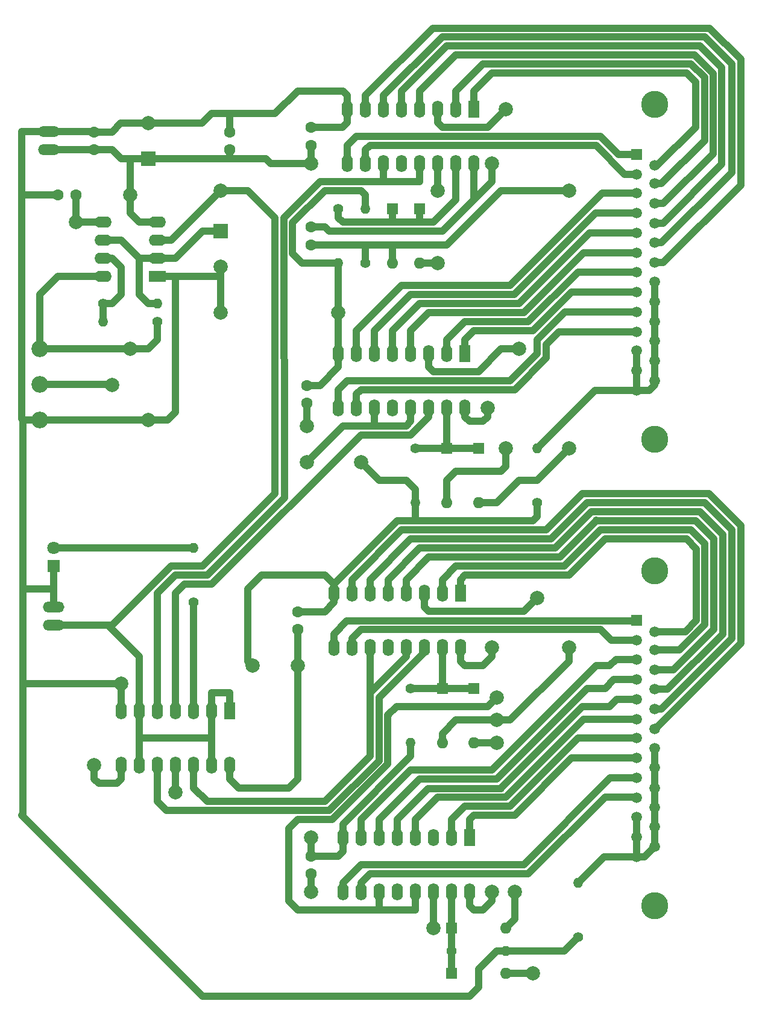
<source format=gbr>
G04 #@! TF.FileFunction,Copper,L2,Bot,Signal*
%FSLAX46Y46*%
G04 Gerber Fmt 4.6, Leading zero omitted, Abs format (unit mm)*
G04 Created by KiCad (PCBNEW 4.0.7) date 02/18/18 17:55:39*
%MOMM*%
%LPD*%
G01*
G04 APERTURE LIST*
%ADD10C,0.100000*%
%ADD11C,3.810000*%
%ADD12R,1.520000X1.520000*%
%ADD13C,1.520000*%
%ADD14R,1.600000X2.400000*%
%ADD15O,1.600000X2.400000*%
%ADD16C,1.600000*%
%ADD17R,2.000000X2.000000*%
%ADD18C,2.000000*%
%ADD19R,1.800000X1.800000*%
%ADD20C,1.800000*%
%ADD21R,1.600000X1.600000*%
%ADD22O,1.600000X1.600000*%
%ADD23O,3.010000X1.510000*%
%ADD24C,1.400000*%
%ADD25O,1.400000X1.400000*%
%ADD26C,2.340000*%
%ADD27R,2.400000X1.600000*%
%ADD28O,2.400000X1.600000*%
%ADD29C,1.000000*%
G04 APERTURE END LIST*
D10*
D11*
X120650000Y-95255000D03*
X120650000Y-48265000D03*
D12*
X118110000Y-55245000D03*
D13*
X118110000Y-58035000D03*
X118110000Y-60705000D03*
X118110000Y-63505000D03*
X118110000Y-66295000D03*
X118110000Y-69085000D03*
X118110000Y-71755000D03*
X118110000Y-74545000D03*
X118110000Y-77345000D03*
X118110000Y-80135000D03*
X118110000Y-82805000D03*
X118110000Y-85595000D03*
X118110000Y-88395000D03*
X120650000Y-56815000D03*
X120650000Y-59355000D03*
X120650000Y-62155000D03*
X120650000Y-64895000D03*
X120650000Y-67645000D03*
X120650000Y-70435000D03*
X120650000Y-73175000D03*
X120650000Y-75925000D03*
X120650000Y-78765000D03*
X120650000Y-81455000D03*
X120650000Y-84205000D03*
X120650000Y-86995000D03*
D14*
X60960000Y-133350000D03*
D15*
X45720000Y-140970000D03*
X58420000Y-133350000D03*
X48260000Y-140970000D03*
X55880000Y-133350000D03*
X50800000Y-140970000D03*
X53340000Y-133350000D03*
X53340000Y-140970000D03*
X50800000Y-133350000D03*
X55880000Y-140970000D03*
X48260000Y-133350000D03*
X58420000Y-140970000D03*
X45720000Y-133350000D03*
X60960000Y-140970000D03*
D16*
X39370000Y-60960000D03*
X36870000Y-60960000D03*
X41910000Y-54610000D03*
X41910000Y-52110000D03*
D17*
X49530000Y-55880000D03*
D18*
X49530000Y-50880000D03*
D17*
X59690000Y-66040000D03*
D18*
X59690000Y-71040000D03*
D16*
X72390000Y-67945000D03*
X72390000Y-65445000D03*
X60960000Y-54610000D03*
X60960000Y-52110000D03*
X72390000Y-53975000D03*
X72390000Y-51475000D03*
X71755000Y-90170000D03*
X71755000Y-87670000D03*
X70485000Y-121920000D03*
X70485000Y-119420000D03*
X72390000Y-156210000D03*
X72390000Y-153710000D03*
D19*
X36195000Y-113030000D03*
D20*
X36195000Y-110490000D03*
D21*
X83820000Y-62865000D03*
D22*
X83820000Y-70485000D03*
D21*
X87630000Y-62865000D03*
D22*
X87630000Y-70485000D03*
D21*
X95885000Y-96520000D03*
D22*
X95885000Y-104140000D03*
D21*
X91440000Y-96520000D03*
D22*
X91440000Y-104140000D03*
D21*
X90805000Y-130175000D03*
D22*
X90805000Y-137795000D03*
D21*
X95250000Y-130175000D03*
D22*
X95250000Y-137795000D03*
D21*
X92075000Y-163830000D03*
D22*
X99695000Y-163830000D03*
D21*
X92075000Y-170180000D03*
D22*
X99695000Y-170180000D03*
D23*
X35560000Y-54610000D03*
X35560000Y-52070000D03*
X36195000Y-121285000D03*
X36195000Y-118745000D03*
D11*
X120650000Y-160660000D03*
X120650000Y-113670000D03*
D12*
X118110000Y-120650000D03*
D13*
X118110000Y-123440000D03*
X118110000Y-126110000D03*
X118110000Y-128910000D03*
X118110000Y-131700000D03*
X118110000Y-134490000D03*
X118110000Y-137160000D03*
X118110000Y-139950000D03*
X118110000Y-142750000D03*
X118110000Y-145540000D03*
X118110000Y-148210000D03*
X118110000Y-151000000D03*
X118110000Y-153800000D03*
X120650000Y-122220000D03*
X120650000Y-124760000D03*
X120650000Y-127560000D03*
X120650000Y-130300000D03*
X120650000Y-133050000D03*
X120650000Y-135840000D03*
X120650000Y-138580000D03*
X120650000Y-141330000D03*
X120650000Y-144170000D03*
X120650000Y-146860000D03*
X120650000Y-149610000D03*
X120650000Y-152400000D03*
D24*
X43180000Y-76200000D03*
D25*
X50800000Y-76200000D03*
D24*
X55880000Y-118110000D03*
D25*
X55880000Y-110490000D03*
D24*
X50800000Y-78740000D03*
D25*
X43180000Y-78740000D03*
D24*
X76200000Y-62865000D03*
D25*
X76200000Y-70485000D03*
D24*
X80010000Y-70485000D03*
D25*
X80010000Y-62865000D03*
D24*
X86995000Y-96520000D03*
D25*
X86995000Y-104140000D03*
D24*
X86360000Y-130175000D03*
D25*
X86360000Y-137795000D03*
D24*
X92075000Y-167005000D03*
D25*
X99695000Y-167005000D03*
D24*
X104140000Y-104140000D03*
D25*
X104140000Y-96520000D03*
D24*
X109855000Y-165100000D03*
D25*
X109855000Y-157480000D03*
D26*
X34290000Y-92550000D03*
X34290000Y-87550000D03*
X34290000Y-82550000D03*
D27*
X50800000Y-72390000D03*
D28*
X43180000Y-64770000D03*
X50800000Y-69850000D03*
X43180000Y-67310000D03*
X50800000Y-67310000D03*
X43180000Y-69850000D03*
X50800000Y-64770000D03*
X43180000Y-72390000D03*
D14*
X95250000Y-48895000D03*
D15*
X77470000Y-56515000D03*
X92710000Y-48895000D03*
X80010000Y-56515000D03*
X90170000Y-48895000D03*
X82550000Y-56515000D03*
X87630000Y-48895000D03*
X85090000Y-56515000D03*
X85090000Y-48895000D03*
X87630000Y-56515000D03*
X82550000Y-48895000D03*
X90170000Y-56515000D03*
X80010000Y-48895000D03*
X92710000Y-56515000D03*
X77470000Y-48895000D03*
X95250000Y-56515000D03*
D14*
X93980000Y-83185000D03*
D15*
X76200000Y-90805000D03*
X91440000Y-83185000D03*
X78740000Y-90805000D03*
X88900000Y-83185000D03*
X81280000Y-90805000D03*
X86360000Y-83185000D03*
X83820000Y-90805000D03*
X83820000Y-83185000D03*
X86360000Y-90805000D03*
X81280000Y-83185000D03*
X88900000Y-90805000D03*
X78740000Y-83185000D03*
X91440000Y-90805000D03*
X76200000Y-83185000D03*
X93980000Y-90805000D03*
D14*
X93345000Y-116840000D03*
D15*
X75565000Y-124460000D03*
X90805000Y-116840000D03*
X78105000Y-124460000D03*
X88265000Y-116840000D03*
X80645000Y-124460000D03*
X85725000Y-116840000D03*
X83185000Y-124460000D03*
X83185000Y-116840000D03*
X85725000Y-124460000D03*
X80645000Y-116840000D03*
X88265000Y-124460000D03*
X78105000Y-116840000D03*
X90805000Y-124460000D03*
X75565000Y-116840000D03*
X93345000Y-124460000D03*
D14*
X94615000Y-151130000D03*
D15*
X76835000Y-158750000D03*
X92075000Y-151130000D03*
X79375000Y-158750000D03*
X89535000Y-151130000D03*
X81915000Y-158750000D03*
X86995000Y-151130000D03*
X84455000Y-158750000D03*
X84455000Y-151130000D03*
X86995000Y-158750000D03*
X81915000Y-151130000D03*
X89535000Y-158750000D03*
X79375000Y-151130000D03*
X92075000Y-158750000D03*
X76835000Y-151130000D03*
X94615000Y-158750000D03*
D18*
X39370000Y-64770000D03*
X44450000Y-87630000D03*
X76200000Y-77470000D03*
X59690000Y-77470000D03*
X49530000Y-92550000D03*
X79375000Y-98425000D03*
X45720000Y-129540000D03*
X72390000Y-151130000D03*
X64135000Y-127000000D03*
X97790000Y-56515000D03*
X72390000Y-56515000D03*
X97155000Y-90805000D03*
X71755000Y-93345000D03*
X70485000Y-127000000D03*
X97790000Y-124460000D03*
X97790000Y-158750000D03*
X72390000Y-158750000D03*
X46990000Y-60960000D03*
X46990000Y-82550000D03*
X108585000Y-96520000D03*
X108585000Y-124460000D03*
X108585000Y-60325000D03*
X100965000Y-158750000D03*
X98425000Y-134620000D03*
X98425000Y-131445000D03*
X90170000Y-70485000D03*
X99695000Y-48895000D03*
X99695000Y-96520000D03*
X101600000Y-82550000D03*
X98425000Y-137795000D03*
X103505000Y-170180000D03*
X104140000Y-117475000D03*
X59690000Y-60325000D03*
X90170000Y-60325000D03*
X41910000Y-140970000D03*
X71755000Y-98425000D03*
X89535000Y-163830000D03*
X53340000Y-144780000D03*
D29*
X34290000Y-87550000D02*
X44370000Y-87550000D01*
X44370000Y-87550000D02*
X44450000Y-87630000D01*
X39370000Y-60960000D02*
X39370000Y-64770000D01*
X39370000Y-64770000D02*
X43180000Y-64770000D01*
X80010000Y-62865000D02*
X80010000Y-60960000D01*
X71120000Y-70485000D02*
X76200000Y-70485000D01*
X69790019Y-69155019D02*
X71120000Y-70485000D01*
X69790019Y-64829981D02*
X69790019Y-69155019D01*
X74295000Y-60325000D02*
X69790019Y-64829981D01*
X79375000Y-60325000D02*
X74295000Y-60325000D01*
X80010000Y-60960000D02*
X79375000Y-60325000D01*
X45720000Y-129540000D02*
X31910000Y-129540000D01*
X31910000Y-129540000D02*
X32385000Y-129540000D01*
X32385000Y-129540000D02*
X31910000Y-129540000D01*
X31910000Y-116205000D02*
X31910000Y-129540000D01*
X31910000Y-129540000D02*
X31910000Y-148115000D01*
X31910000Y-148115000D02*
X31750000Y-147955000D01*
X98425000Y-167005000D02*
X99695000Y-167005000D01*
X57150000Y-173355000D02*
X31750000Y-147955000D01*
X94615000Y-173355000D02*
X57150000Y-173355000D01*
X95885000Y-172085000D02*
X94615000Y-173355000D01*
X95885000Y-169545000D02*
X95885000Y-172085000D01*
X98425000Y-167005000D02*
X95885000Y-169545000D01*
X72390000Y-51475000D02*
X76795000Y-51475000D01*
X77470000Y-50800000D02*
X77470000Y-48895000D01*
X76795000Y-51475000D02*
X77470000Y-50800000D01*
X60960000Y-49530000D02*
X67310000Y-49530000D01*
X77470000Y-46990000D02*
X77470000Y-48895000D01*
X76835000Y-46355000D02*
X77470000Y-46990000D01*
X70485000Y-46355000D02*
X76835000Y-46355000D01*
X67310000Y-49530000D02*
X70485000Y-46355000D01*
X59690000Y-72390000D02*
X59690000Y-77470000D01*
X86995000Y-104140000D02*
X86995000Y-102235000D01*
X85725000Y-100965000D02*
X86995000Y-102235000D01*
X81915000Y-100965000D02*
X85725000Y-100965000D01*
X79375000Y-98425000D02*
X81915000Y-100965000D01*
X76200000Y-83185000D02*
X76200000Y-85090000D01*
X73620000Y-87670000D02*
X71755000Y-87670000D01*
X76200000Y-85090000D02*
X73620000Y-87670000D01*
X86995000Y-104140000D02*
X86995000Y-106680000D01*
X75565000Y-115570000D02*
X84455000Y-106680000D01*
X104140000Y-106045000D02*
X104140000Y-104140000D01*
X103505000Y-106680000D02*
X104140000Y-106045000D01*
X84455000Y-106680000D02*
X86995000Y-106680000D01*
X86995000Y-106680000D02*
X103505000Y-106680000D01*
X45720000Y-129540000D02*
X45720000Y-133350000D01*
X70485000Y-119420000D02*
X74295000Y-119420000D01*
X75565000Y-118110000D02*
X75565000Y-116840000D01*
X74295000Y-119420000D02*
X75565000Y-118110000D01*
X72390000Y-153710000D02*
X72390000Y-151130000D01*
X75565000Y-115570000D02*
X75565000Y-116840000D01*
X74295000Y-114300000D02*
X75565000Y-115570000D01*
X65405000Y-114300000D02*
X74295000Y-114300000D01*
X63500000Y-116205000D02*
X65405000Y-114300000D01*
X63500000Y-126365000D02*
X63500000Y-116205000D01*
X64135000Y-127000000D02*
X63500000Y-126365000D01*
X72390000Y-153710000D02*
X76160000Y-153710000D01*
X76835000Y-153035000D02*
X76835000Y-151130000D01*
X76160000Y-153710000D02*
X76835000Y-153035000D01*
X76835000Y-151130000D02*
X76835000Y-149225000D01*
X86360000Y-139700000D02*
X86360000Y-137795000D01*
X76835000Y-149225000D02*
X86360000Y-139700000D01*
X76200000Y-70485000D02*
X76200000Y-77470000D01*
X76200000Y-77470000D02*
X76200000Y-83185000D01*
X31910000Y-116205000D02*
X36195000Y-116205000D01*
X36195000Y-113030000D02*
X36195000Y-116205000D01*
X36195000Y-116205000D02*
X36195000Y-118745000D01*
X31910000Y-92550000D02*
X31910000Y-116205000D01*
X99695000Y-167005000D02*
X107950000Y-167005000D01*
X107950000Y-167005000D02*
X109855000Y-165100000D01*
X35560000Y-52070000D02*
X31750000Y-52070000D01*
X31750000Y-52070000D02*
X31750000Y-60960000D01*
X60960000Y-52110000D02*
X60960000Y-49530000D01*
X60960000Y-49530000D02*
X58420000Y-49530000D01*
X57070000Y-50880000D02*
X49530000Y-50880000D01*
X58420000Y-49530000D02*
X57070000Y-50880000D01*
X34290000Y-92550000D02*
X31910000Y-92550000D01*
X31910000Y-92550000D02*
X31750000Y-92390000D01*
X31750000Y-92390000D02*
X31750000Y-60960000D01*
X53340000Y-72390000D02*
X53340000Y-91440000D01*
X53340000Y-91440000D02*
X52230000Y-92550000D01*
X52230000Y-92550000D02*
X49530000Y-92550000D01*
X49530000Y-92550000D02*
X44450000Y-92550000D01*
X44450000Y-92550000D02*
X34290000Y-92550000D01*
X50800000Y-72390000D02*
X53340000Y-72390000D01*
X53340000Y-72390000D02*
X59690000Y-72390000D01*
X59690000Y-72390000D02*
X59690000Y-71040000D01*
X34130000Y-92710000D02*
X34290000Y-92550000D01*
X31750000Y-60960000D02*
X36870000Y-60960000D01*
X41910000Y-52110000D02*
X44410000Y-52110000D01*
X45640000Y-50880000D02*
X49530000Y-50880000D01*
X44410000Y-52110000D02*
X45640000Y-50880000D01*
X35560000Y-52070000D02*
X41870000Y-52070000D01*
X41870000Y-52070000D02*
X41910000Y-52110000D01*
X95250000Y-61595000D02*
X97790000Y-59055000D01*
X97790000Y-56515000D02*
X97790000Y-59055000D01*
X72390000Y-53975000D02*
X72390000Y-56515000D01*
X66040000Y-55880000D02*
X66675000Y-56515000D01*
X66040000Y-55880000D02*
X60960000Y-55880000D01*
X66675000Y-56515000D02*
X72390000Y-56515000D01*
X72390000Y-65445000D02*
X74335000Y-65445000D01*
X74335000Y-65445000D02*
X74930000Y-66040000D01*
X74930000Y-66040000D02*
X90805000Y-66040000D01*
X90805000Y-66040000D02*
X95250000Y-61595000D01*
X95250000Y-61595000D02*
X95250000Y-56515000D01*
X72390000Y-65445000D02*
X72350000Y-65445000D01*
X93980000Y-92075000D02*
X94615000Y-92710000D01*
X94615000Y-92710000D02*
X96520000Y-92710000D01*
X96520000Y-92710000D02*
X97155000Y-92075000D01*
X97155000Y-92075000D02*
X97155000Y-90805000D01*
X93980000Y-90805000D02*
X93980000Y-92075000D01*
X71755000Y-93345000D02*
X71755000Y-90170000D01*
X93345000Y-124460000D02*
X93345000Y-126365000D01*
X97790000Y-124460000D02*
X97790000Y-125730000D01*
X97790000Y-125730000D02*
X96520000Y-127000000D01*
X96520000Y-127000000D02*
X93980000Y-127000000D01*
X93980000Y-127000000D02*
X93345000Y-126365000D01*
X60960000Y-140970000D02*
X60960000Y-142875000D01*
X70485000Y-142875000D02*
X70485000Y-127000000D01*
X70485000Y-127000000D02*
X70485000Y-121920000D01*
X69215000Y-144145000D02*
X70485000Y-142875000D01*
X62230000Y-144145000D02*
X69215000Y-144145000D01*
X60960000Y-142875000D02*
X62230000Y-144145000D01*
X72390000Y-156210000D02*
X72390000Y-158750000D01*
X94615000Y-160655000D02*
X94615000Y-158750000D01*
X95250000Y-161290000D02*
X94615000Y-160655000D01*
X96520000Y-161290000D02*
X95250000Y-161290000D01*
X97790000Y-160020000D02*
X96520000Y-161290000D01*
X97790000Y-158750000D02*
X97790000Y-160020000D01*
X46990000Y-55880000D02*
X46990000Y-60960000D01*
X46990000Y-60960000D02*
X46990000Y-63500000D01*
X48260000Y-64770000D02*
X50800000Y-64770000D01*
X46990000Y-63500000D02*
X48260000Y-64770000D01*
X49530000Y-55880000D02*
X60960000Y-55880000D01*
X60960000Y-55880000D02*
X60960000Y-54610000D01*
X46990000Y-82550000D02*
X49530000Y-82550000D01*
X50800000Y-81280000D02*
X50800000Y-78740000D01*
X49530000Y-82550000D02*
X50800000Y-81280000D01*
X34290000Y-82550000D02*
X46990000Y-82550000D01*
X43180000Y-72390000D02*
X36830000Y-72390000D01*
X34290000Y-74930000D02*
X34290000Y-82550000D01*
X36830000Y-72390000D02*
X34290000Y-74930000D01*
X41910000Y-54610000D02*
X44450000Y-54610000D01*
X45720000Y-55880000D02*
X46990000Y-55880000D01*
X46990000Y-55880000D02*
X48260000Y-55880000D01*
X48260000Y-55880000D02*
X49530000Y-55880000D01*
X44450000Y-54610000D02*
X45720000Y-55880000D01*
X35560000Y-54610000D02*
X41910000Y-54610000D01*
X48260000Y-69850000D02*
X48260000Y-74930000D01*
X49530000Y-76200000D02*
X50800000Y-76200000D01*
X48260000Y-74930000D02*
X49530000Y-76200000D01*
X50800000Y-69850000D02*
X53340000Y-69850000D01*
X57150000Y-66040000D02*
X59690000Y-66040000D01*
X53340000Y-69850000D02*
X57150000Y-66040000D01*
X43180000Y-67310000D02*
X45720000Y-67310000D01*
X48260000Y-69850000D02*
X50800000Y-69850000D01*
X45720000Y-67310000D02*
X48260000Y-69850000D01*
X95885000Y-104140000D02*
X98425000Y-104140000D01*
X104140000Y-100965000D02*
X108585000Y-96520000D01*
X101600000Y-100965000D02*
X104140000Y-100965000D01*
X98425000Y-104140000D02*
X101600000Y-100965000D01*
X99060000Y-60325000D02*
X108585000Y-60325000D01*
X100330000Y-134620000D02*
X108585000Y-126365000D01*
X108585000Y-126365000D02*
X108585000Y-124460000D01*
X98425000Y-134620000D02*
X100330000Y-134620000D01*
X91440000Y-67945000D02*
X83820000Y-67945000D01*
X91440000Y-67945000D02*
X99060000Y-60325000D01*
X83820000Y-67945000D02*
X83820000Y-70485000D01*
X80010000Y-67945000D02*
X80010000Y-70485000D01*
X100965000Y-158750000D02*
X100965000Y-162560000D01*
X100965000Y-162560000D02*
X99695000Y-163830000D01*
X90805000Y-137795000D02*
X90805000Y-136525000D01*
X92710000Y-134620000D02*
X98425000Y-134620000D01*
X90805000Y-136525000D02*
X92710000Y-134620000D01*
X72390000Y-67945000D02*
X80010000Y-67945000D01*
X80010000Y-67945000D02*
X83820000Y-67945000D01*
X36195000Y-110490000D02*
X55880000Y-110490000D01*
X83820000Y-62865000D02*
X83820000Y-64770000D01*
X87630000Y-62865000D02*
X87630000Y-64770000D01*
X76200000Y-62865000D02*
X76200000Y-64135000D01*
X92710000Y-61595000D02*
X92710000Y-56515000D01*
X89535000Y-64770000D02*
X92710000Y-61595000D01*
X76835000Y-64770000D02*
X83820000Y-64770000D01*
X83820000Y-64770000D02*
X87630000Y-64770000D01*
X87630000Y-64770000D02*
X89535000Y-64770000D01*
X76200000Y-64135000D02*
X76835000Y-64770000D01*
X98425000Y-131445000D02*
X97155000Y-132715000D01*
X87630000Y-70485000D02*
X90170000Y-70485000D01*
X84385002Y-132715000D02*
X83150001Y-133950001D01*
X97155000Y-132715000D02*
X84385002Y-132715000D01*
X83150001Y-133950001D02*
X83150001Y-140797059D01*
X83150001Y-140797059D02*
X75357060Y-148590000D01*
X70485000Y-148590000D02*
X75357060Y-148590000D01*
X70485000Y-161290000D02*
X69215000Y-160020000D01*
X69215000Y-160020000D02*
X69215000Y-149860000D01*
X69215000Y-149860000D02*
X70485000Y-148590000D01*
X70485000Y-161290000D02*
X81915000Y-161290000D01*
X83150001Y-133950001D02*
X83115002Y-133985000D01*
X83185000Y-133985000D02*
X83150001Y-134019999D01*
X86995000Y-158750000D02*
X86995000Y-161290000D01*
X86995000Y-161290000D02*
X81915000Y-161290000D01*
X81915000Y-161290000D02*
X81915000Y-158750000D01*
X91440000Y-90805000D02*
X91440000Y-96520000D01*
X91440000Y-96520000D02*
X86995000Y-96520000D01*
X95885000Y-96520000D02*
X91440000Y-96520000D01*
X90170000Y-50800000D02*
X90805000Y-51435000D01*
X90805000Y-51435000D02*
X97155000Y-51435000D01*
X97155000Y-51435000D02*
X99695000Y-48895000D01*
X90170000Y-48895000D02*
X90170000Y-50800000D01*
X91440000Y-100965000D02*
X91440000Y-104140000D01*
X92710000Y-99695000D02*
X91440000Y-100965000D01*
X99060000Y-99695000D02*
X92710000Y-99695000D01*
X99695000Y-99060000D02*
X99060000Y-99695000D01*
X99695000Y-96520000D02*
X99695000Y-99060000D01*
X90805000Y-124460000D02*
X90805000Y-130175000D01*
X86360000Y-130175000D02*
X90805000Y-130175000D01*
X90805000Y-130175000D02*
X95250000Y-130175000D01*
X89535000Y-85725000D02*
X88900000Y-85090000D01*
X88900000Y-83185000D02*
X88900000Y-85090000D01*
X99060000Y-82550000D02*
X101600000Y-82550000D01*
X95885000Y-85725000D02*
X99060000Y-82550000D01*
X95885000Y-85725000D02*
X89535000Y-85725000D01*
X98425000Y-137795000D02*
X95250000Y-137795000D01*
X92075000Y-167005000D02*
X92075000Y-170180000D01*
X92075000Y-163830000D02*
X92075000Y-167005000D01*
X92075000Y-158750000D02*
X92075000Y-163830000D01*
X88265000Y-116840000D02*
X88265000Y-118745000D01*
X103505000Y-170180000D02*
X99695000Y-170180000D01*
X102235000Y-119380000D02*
X104140000Y-117475000D01*
X88900000Y-119380000D02*
X102235000Y-119380000D01*
X88265000Y-118745000D02*
X88900000Y-119380000D01*
X67310000Y-102870000D02*
X57150000Y-113030000D01*
X59690000Y-60325000D02*
X63500000Y-60325000D01*
X67310000Y-64135000D02*
X67310000Y-102870000D01*
X63500000Y-60325000D02*
X67310000Y-64135000D01*
X44450000Y-121285000D02*
X43815000Y-121285000D01*
X52705000Y-113030000D02*
X57150000Y-113030000D01*
X44450000Y-121285000D02*
X52705000Y-113030000D01*
X50800000Y-67310000D02*
X52705000Y-67310000D01*
X52705000Y-67310000D02*
X59690000Y-60325000D01*
X90170000Y-60325000D02*
X90170000Y-56515000D01*
X48260000Y-137160000D02*
X58420000Y-137160000D01*
X60960000Y-133350000D02*
X60960000Y-130810000D01*
X58420000Y-130810000D02*
X58420000Y-133350000D01*
X60960000Y-130810000D02*
X58420000Y-130810000D01*
X48260000Y-140970000D02*
X48260000Y-137160000D01*
X48260000Y-137160000D02*
X48260000Y-133350000D01*
X58420000Y-135890000D02*
X58420000Y-137160000D01*
X58420000Y-135890000D02*
X58420000Y-133350000D01*
X58420000Y-137160000D02*
X58420000Y-140970000D01*
X36195000Y-121285000D02*
X43815000Y-121285000D01*
X48260000Y-125730000D02*
X48260000Y-133350000D01*
X43815000Y-121285000D02*
X48260000Y-125730000D01*
X98425000Y-52705000D02*
X113030000Y-52705000D01*
X77470000Y-53975000D02*
X78740000Y-52705000D01*
X78740000Y-52705000D02*
X98425000Y-52705000D01*
X77470000Y-56515000D02*
X77470000Y-53975000D01*
X115570000Y-55245000D02*
X118110000Y-55245000D01*
X113030000Y-52705000D02*
X115570000Y-55245000D01*
X116455000Y-58035000D02*
X118110000Y-58035000D01*
X112395000Y-53975000D02*
X116455000Y-58035000D01*
X98425000Y-53975000D02*
X112395000Y-53975000D01*
X80010000Y-54610000D02*
X80645000Y-53975000D01*
X80645000Y-53975000D02*
X98425000Y-53975000D01*
X80010000Y-56515000D02*
X80010000Y-54610000D01*
X78740000Y-83185000D02*
X78740000Y-80010000D01*
X100330000Y-73660000D02*
X113285000Y-60705000D01*
X113285000Y-60705000D02*
X118110000Y-60705000D01*
X85090000Y-73660000D02*
X96520000Y-73660000D01*
X78740000Y-80010000D02*
X85090000Y-73660000D01*
X96520000Y-73660000D02*
X100330000Y-73660000D01*
X81280000Y-83185000D02*
X81280000Y-80010000D01*
X100895002Y-74930000D02*
X112320002Y-63505000D01*
X112320002Y-63505000D02*
X118110000Y-63505000D01*
X86360000Y-74930000D02*
X96520000Y-74930000D01*
X81280000Y-80010000D02*
X86360000Y-74930000D01*
X96520000Y-74930000D02*
X100895002Y-74930000D01*
X83820000Y-83185000D02*
X83820000Y-80010000D01*
X101600000Y-76200000D02*
X111505000Y-66295000D01*
X111505000Y-66295000D02*
X118110000Y-66295000D01*
X87630000Y-76200000D02*
X96520000Y-76200000D01*
X83820000Y-80010000D02*
X87630000Y-76200000D01*
X96520000Y-76200000D02*
X101600000Y-76200000D01*
X86360000Y-83185000D02*
X86360000Y-80010000D01*
X102235000Y-77470000D02*
X110620000Y-69085000D01*
X110620000Y-69085000D02*
X118110000Y-69085000D01*
X88900000Y-77470000D02*
X96520000Y-77470000D01*
X86360000Y-80010000D02*
X88900000Y-77470000D01*
X96520000Y-77470000D02*
X102235000Y-77470000D01*
X91440000Y-83185000D02*
X91440000Y-81280000D01*
X102870000Y-78740000D02*
X109855000Y-71755000D01*
X109855000Y-71755000D02*
X118110000Y-71755000D01*
X93980000Y-78740000D02*
X96520000Y-78740000D01*
X91440000Y-81280000D02*
X93980000Y-78740000D01*
X96520000Y-78740000D02*
X102870000Y-78740000D01*
X93980000Y-83185000D02*
X93980000Y-81280000D01*
X103505000Y-80010000D02*
X108970000Y-74545000D01*
X108970000Y-74545000D02*
X118110000Y-74545000D01*
X95250000Y-80010000D02*
X96520000Y-80010000D01*
X93980000Y-81280000D02*
X95250000Y-80010000D01*
X96520000Y-80010000D02*
X103505000Y-80010000D01*
X78740000Y-90805000D02*
X78740000Y-88900000D01*
X107190000Y-80135000D02*
X105410000Y-81915000D01*
X105410000Y-81915000D02*
X105410000Y-83820000D01*
X105410000Y-83820000D02*
X100965000Y-88265000D01*
X107190000Y-80135000D02*
X118110000Y-80135000D01*
X79375000Y-88265000D02*
X100965000Y-88265000D01*
X78740000Y-88900000D02*
X79375000Y-88265000D01*
X117985000Y-80010000D02*
X118110000Y-80135000D01*
X116840000Y-43815000D02*
X97790000Y-43815000D01*
X125095000Y-43815000D02*
X116840000Y-43815000D01*
X126365000Y-51435000D02*
X126365000Y-45085000D01*
X120985000Y-56815000D02*
X126365000Y-51435000D01*
X126365000Y-45085000D02*
X125095000Y-43815000D01*
X95250000Y-46355000D02*
X95250000Y-48895000D01*
X97790000Y-43815000D02*
X95250000Y-46355000D01*
X120650000Y-56815000D02*
X120985000Y-56815000D01*
X127635000Y-44450000D02*
X125730000Y-42545000D01*
X121620000Y-59355000D02*
X127635000Y-53340000D01*
X127635000Y-53340000D02*
X127635000Y-45085000D01*
X120650000Y-59355000D02*
X121620000Y-59355000D01*
X127635000Y-45085000D02*
X127635000Y-44450000D01*
X116840000Y-42545000D02*
X96520000Y-42545000D01*
X125730000Y-42545000D02*
X116840000Y-42545000D01*
X92710000Y-46355000D02*
X92710000Y-48895000D01*
X96520000Y-42545000D02*
X92710000Y-46355000D01*
X128835002Y-43884998D02*
X126225004Y-41275000D01*
X120650000Y-62155000D02*
X121845000Y-62155000D01*
X128835002Y-55164998D02*
X128835002Y-45085000D01*
X121845000Y-62155000D02*
X128835002Y-55164998D01*
X128835002Y-45085000D02*
X128835002Y-43884998D01*
X116840000Y-41275000D02*
X92710000Y-41275000D01*
X126225004Y-41275000D02*
X116840000Y-41275000D01*
X87630000Y-46355000D02*
X87630000Y-48895000D01*
X92710000Y-41275000D02*
X87630000Y-46355000D01*
X130035004Y-43040004D02*
X127000000Y-40005000D01*
X120650000Y-64895000D02*
X121795000Y-64895000D01*
X130035004Y-56654996D02*
X130035004Y-45085000D01*
X121795000Y-64895000D02*
X130035004Y-56654996D01*
X130035004Y-45085000D02*
X130035004Y-43040004D01*
X116840000Y-40005000D02*
X91440000Y-40005000D01*
X127000000Y-40005000D02*
X116840000Y-40005000D01*
X85090000Y-46355000D02*
X85090000Y-48895000D01*
X91440000Y-40005000D02*
X85090000Y-46355000D01*
X131445000Y-42545000D02*
X127635000Y-38735000D01*
X120650000Y-67645000D02*
X121585000Y-67645000D01*
X131445000Y-57785000D02*
X131445000Y-45085000D01*
X121585000Y-67645000D02*
X131445000Y-57785000D01*
X131445000Y-45085000D02*
X131445000Y-42545000D01*
X116840000Y-38735000D02*
X90805000Y-38735000D01*
X127635000Y-38735000D02*
X116840000Y-38735000D01*
X82550000Y-46990000D02*
X82550000Y-48895000D01*
X90805000Y-38735000D02*
X82550000Y-46990000D01*
X132715000Y-41910000D02*
X128339998Y-37534998D01*
X120650000Y-70435000D02*
X121870000Y-70435000D01*
X132715000Y-59590000D02*
X132715000Y-45085000D01*
X121870000Y-70435000D02*
X132715000Y-59590000D01*
X132715000Y-45085000D02*
X132715000Y-41910000D01*
X116840000Y-37534998D02*
X89465002Y-37534998D01*
X128339998Y-37534998D02*
X116840000Y-37534998D01*
X80010000Y-46990000D02*
X80010000Y-48895000D01*
X89465002Y-37534998D02*
X80010000Y-46990000D01*
X75565000Y-124460000D02*
X75565000Y-122555000D01*
X77400002Y-120719998D02*
X118040002Y-120719998D01*
X75565000Y-122555000D02*
X77400002Y-120719998D01*
X118040002Y-120719998D02*
X118110000Y-120650000D01*
X118110000Y-123440000D02*
X114550000Y-123440000D01*
X78105000Y-123190000D02*
X79375000Y-121920000D01*
X79375000Y-121920000D02*
X113030000Y-121920000D01*
X78105000Y-123190000D02*
X78105000Y-124460000D01*
X114550000Y-123440000D02*
X113030000Y-121920000D01*
X112395000Y-127000000D02*
X114300000Y-127000000D01*
X97790000Y-141605000D02*
X112395000Y-127000000D01*
X79375000Y-148590000D02*
X86360000Y-141605000D01*
X86360000Y-141605000D02*
X97790000Y-141605000D01*
X79375000Y-151130000D02*
X79375000Y-148590000D01*
X115190000Y-126110000D02*
X118110000Y-126110000D01*
X114300000Y-127000000D02*
X115190000Y-126110000D01*
X111125000Y-130175000D02*
X113665000Y-130175000D01*
X98425000Y-142875000D02*
X111125000Y-130175000D01*
X81915000Y-148590000D02*
X87630000Y-142875000D01*
X87630000Y-142875000D02*
X98425000Y-142875000D01*
X81915000Y-151130000D02*
X81915000Y-148590000D01*
X114930000Y-128910000D02*
X118110000Y-128910000D01*
X113665000Y-130175000D02*
X114930000Y-128910000D01*
X110490000Y-132715000D02*
X114300000Y-132715000D01*
X99060000Y-144145000D02*
X110490000Y-132715000D01*
X84455000Y-151130000D02*
X84455000Y-148590000D01*
X88830002Y-144214998D02*
X99060000Y-144214998D01*
X84455000Y-148590000D02*
X88830002Y-144214998D01*
X99060000Y-144214998D02*
X99060000Y-144145000D01*
X115315000Y-131700000D02*
X118110000Y-131700000D01*
X114300000Y-132715000D02*
X115315000Y-131700000D01*
X118110000Y-134490000D02*
X110620000Y-134490000D01*
X86995000Y-148590000D02*
X86995000Y-151130000D01*
X90170000Y-145415000D02*
X99695000Y-145415000D01*
X86995000Y-148590000D02*
X90170000Y-145415000D01*
X99695000Y-145415000D02*
X109855000Y-135255000D01*
X110620000Y-134490000D02*
X109855000Y-135255000D01*
X100330000Y-146685000D02*
X109855000Y-137160000D01*
X92075000Y-148590000D02*
X93980000Y-146685000D01*
X93980000Y-146685000D02*
X100330000Y-146685000D01*
X92075000Y-151130000D02*
X92075000Y-148590000D01*
X109855000Y-137160000D02*
X118110000Y-137160000D01*
X118110000Y-139950000D02*
X108970000Y-139950000D01*
X94615000Y-148590000D02*
X95250000Y-147955000D01*
X95250000Y-147955000D02*
X100965000Y-147955000D01*
X94615000Y-148590000D02*
X94615000Y-151130000D01*
X108970000Y-139950000D02*
X100965000Y-147955000D01*
X43180000Y-76200000D02*
X43180000Y-78740000D01*
X43180000Y-69850000D02*
X44450000Y-69850000D01*
X44450000Y-76200000D02*
X43180000Y-76200000D01*
X45720000Y-74930000D02*
X44450000Y-76200000D01*
X45720000Y-71120000D02*
X45720000Y-74930000D01*
X44450000Y-69850000D02*
X45720000Y-71120000D01*
X55880000Y-118110000D02*
X55880000Y-133350000D01*
X81280000Y-93345000D02*
X76835000Y-93345000D01*
X45720000Y-142875000D02*
X45085000Y-143510000D01*
X45085000Y-143510000D02*
X42545000Y-143510000D01*
X42545000Y-143510000D02*
X41910000Y-142875000D01*
X41910000Y-142875000D02*
X41910000Y-140970000D01*
X45720000Y-142875000D02*
X45720000Y-140970000D01*
X76835000Y-93345000D02*
X71755000Y-98425000D01*
X86360000Y-90805000D02*
X86360000Y-92710000D01*
X81280000Y-93345000D02*
X81280000Y-90805000D01*
X85725000Y-93345000D02*
X81280000Y-93345000D01*
X86360000Y-92710000D02*
X85725000Y-93345000D01*
X81915000Y-131445000D02*
X81915000Y-140335000D01*
X88265000Y-125095000D02*
X81915000Y-131445000D01*
X50800000Y-146050000D02*
X50800000Y-140970000D01*
X52070000Y-147320000D02*
X50800000Y-146050000D01*
X74930000Y-147320000D02*
X52070000Y-147320000D01*
X81915000Y-140335000D02*
X74930000Y-147320000D01*
X88265000Y-124460000D02*
X88265000Y-125095000D01*
X54610000Y-115570000D02*
X58420000Y-115570000D01*
X79375000Y-94615000D02*
X58420000Y-115570000D01*
X88900000Y-90805000D02*
X88900000Y-92075000D01*
X86360000Y-94615000D02*
X83185000Y-94615000D01*
X88900000Y-92075000D02*
X86360000Y-94615000D01*
X53340000Y-116840000D02*
X53340000Y-133350000D01*
X53340000Y-116840000D02*
X54610000Y-115570000D01*
X83185000Y-94615000D02*
X79375000Y-94615000D01*
X89535000Y-158750000D02*
X89535000Y-163830000D01*
X53340000Y-144780000D02*
X53340000Y-140970000D01*
X73660000Y-59055000D02*
X73660000Y-59055000D01*
X68581113Y-64134998D02*
X68649998Y-103435002D01*
X68649998Y-103435002D02*
X57785000Y-114300000D01*
X57785000Y-114300000D02*
X53340000Y-114300000D01*
X53340000Y-114300000D02*
X50800000Y-116840000D01*
X50800000Y-133350000D02*
X50800000Y-116840000D01*
X73660000Y-59055000D02*
X82550000Y-59055000D01*
X73660000Y-59055000D02*
X68581113Y-64134998D01*
X82550000Y-56515000D02*
X82550000Y-59055000D01*
X87630000Y-59055000D02*
X87630000Y-56515000D01*
X82550000Y-59055000D02*
X87630000Y-59055000D01*
X80645000Y-130810000D02*
X80645000Y-139700000D01*
X80645000Y-139700000D02*
X74295000Y-146050000D01*
X74295000Y-146050000D02*
X57785000Y-146050000D01*
X57785000Y-146050000D02*
X55880000Y-144145000D01*
X55880000Y-144145000D02*
X55880000Y-140970000D01*
X80645000Y-124460000D02*
X80645000Y-130810000D01*
X85725000Y-125730000D02*
X80645000Y-130810000D01*
X85725000Y-125730000D02*
X85725000Y-124460000D01*
X77470000Y-86995000D02*
X100330000Y-86995000D01*
X108075000Y-77345000D02*
X104140000Y-81280000D01*
X104140000Y-81280000D02*
X104140000Y-83185000D01*
X104140000Y-83185000D02*
X100330000Y-86995000D01*
X118110000Y-77345000D02*
X108075000Y-77345000D01*
X76200000Y-88265000D02*
X77470000Y-86995000D01*
X76200000Y-88265000D02*
X76200000Y-90805000D01*
X118110000Y-88395000D02*
X112265000Y-88395000D01*
X112265000Y-88395000D02*
X104140000Y-96520000D01*
X118110000Y-82805000D02*
X118110000Y-85595000D01*
X118110000Y-85595000D02*
X118110000Y-88395000D01*
X120650000Y-86995000D02*
X120650000Y-87630000D01*
X120650000Y-87630000D02*
X119885000Y-88395000D01*
X119885000Y-88395000D02*
X118110000Y-88395000D01*
X120650000Y-84205000D02*
X120650000Y-86995000D01*
X120650000Y-81455000D02*
X120650000Y-84205000D01*
X120650000Y-78765000D02*
X120650000Y-81455000D01*
X120650000Y-75925000D02*
X120650000Y-78765000D01*
X120650000Y-73175000D02*
X120650000Y-75925000D01*
X100965000Y-154940000D02*
X102235000Y-154940000D01*
X76835000Y-157480000D02*
X79375000Y-154940000D01*
X79375000Y-154940000D02*
X100965000Y-154940000D01*
X76835000Y-158750000D02*
X76835000Y-157480000D01*
X114425000Y-142750000D02*
X118110000Y-142750000D01*
X102235000Y-154940000D02*
X114425000Y-142750000D01*
X102870000Y-156210000D02*
X113665000Y-145415000D01*
X79375000Y-157480000D02*
X80645000Y-156210000D01*
X80645000Y-156210000D02*
X102870000Y-156210000D01*
X79375000Y-158750000D02*
X79375000Y-157480000D01*
X113665000Y-145415000D02*
X117985000Y-145415000D01*
X117985000Y-145415000D02*
X118110000Y-145540000D01*
X118110000Y-153800000D02*
X113535000Y-153800000D01*
X113535000Y-153800000D02*
X109855000Y-157480000D01*
X118110000Y-153800000D02*
X119250000Y-153800000D01*
X119250000Y-153800000D02*
X120650000Y-152400000D01*
X118110000Y-148210000D02*
X118110000Y-151000000D01*
X118110000Y-151000000D02*
X118110000Y-153800000D01*
X120650000Y-149610000D02*
X120650000Y-152400000D01*
X120650000Y-146860000D02*
X120650000Y-149610000D01*
X120650000Y-144170000D02*
X120650000Y-146860000D01*
X120650000Y-141330000D02*
X120650000Y-144170000D01*
X120650000Y-138580000D02*
X120650000Y-141330000D01*
X93345000Y-116840000D02*
X93345000Y-114935000D01*
X124934996Y-122220000D02*
X126504996Y-120650000D01*
X126504996Y-120650000D02*
X126504996Y-110629996D01*
X126504996Y-110629996D02*
X125095000Y-109220000D01*
X125095000Y-109220000D02*
X116840000Y-109220000D01*
X124934996Y-122220000D02*
X120650000Y-122220000D01*
X113665000Y-109220000D02*
X116840000Y-109220000D01*
X108585000Y-114300000D02*
X113665000Y-109220000D01*
X93980000Y-114300000D02*
X108585000Y-114300000D01*
X93345000Y-114935000D02*
X93980000Y-114300000D01*
X90805000Y-116840000D02*
X90805000Y-114935000D01*
X127635000Y-109855000D02*
X125730000Y-107950000D01*
X125730000Y-107950000D02*
X113030000Y-107950000D01*
X124160000Y-124760000D02*
X120650000Y-124760000D01*
X127704998Y-121215002D02*
X127704998Y-109855000D01*
X124160000Y-124760000D02*
X127704998Y-121215002D01*
X127704998Y-109855000D02*
X127635000Y-109855000D01*
X107950000Y-113030000D02*
X113030000Y-107950000D01*
X92710000Y-113030000D02*
X107950000Y-113030000D01*
X90805000Y-114935000D02*
X92710000Y-113030000D01*
X85725000Y-116840000D02*
X85725000Y-114935000D01*
X107315000Y-111760000D02*
X112395000Y-106680000D01*
X88900000Y-111760000D02*
X107315000Y-111760000D01*
X85725000Y-114935000D02*
X88900000Y-111760000D01*
X112395000Y-106680000D02*
X112395000Y-106610002D01*
X112395000Y-106610002D02*
X112395000Y-106680000D01*
X128905000Y-109220000D02*
X126365000Y-106680000D01*
X123265000Y-127560000D02*
X128905000Y-121920000D01*
X128905000Y-121920000D02*
X128905000Y-109220000D01*
X123265000Y-127560000D02*
X120650000Y-127560000D01*
X126365000Y-106680000D02*
X112395000Y-106680000D01*
X112395000Y-106680000D02*
X112395000Y-106680000D01*
X120650000Y-127560000D02*
X120725000Y-127560000D01*
X106680000Y-110490000D02*
X87630000Y-110490000D01*
X130175000Y-108585000D02*
X127000000Y-105410000D01*
X122430000Y-130300000D02*
X130175000Y-122555000D01*
X130175000Y-122555000D02*
X130175000Y-108585000D01*
X120650000Y-130300000D02*
X122430000Y-130300000D01*
X127000000Y-105410000D02*
X111760000Y-105410000D01*
X106680000Y-110490000D02*
X111760000Y-105410000D01*
X83185000Y-114935000D02*
X83185000Y-116840000D01*
X87630000Y-110490000D02*
X83185000Y-114935000D01*
X106045000Y-109220000D02*
X86360000Y-109220000D01*
X127635000Y-104140000D02*
X111125000Y-104140000D01*
X120650000Y-133050000D02*
X121585000Y-133050000D01*
X131445000Y-123190000D02*
X131445000Y-107950000D01*
X121585000Y-133050000D02*
X131445000Y-123190000D01*
X131445000Y-107950000D02*
X127635000Y-104140000D01*
X106045000Y-109220000D02*
X111125000Y-104140000D01*
X80645000Y-114935000D02*
X80645000Y-116840000D01*
X86360000Y-109220000D02*
X80645000Y-114935000D01*
X105410000Y-107950000D02*
X85090000Y-107950000D01*
X128270000Y-102870000D02*
X110490000Y-102870000D01*
X132715000Y-107315000D02*
X132715000Y-123825000D01*
X120700000Y-135840000D02*
X132715000Y-123825000D01*
X132715000Y-107315000D02*
X128270000Y-102870000D01*
X105410000Y-107950000D02*
X110490000Y-102870000D01*
X78105000Y-114935000D02*
X78105000Y-116840000D01*
X85090000Y-107950000D02*
X78105000Y-114935000D01*
X120650000Y-135840000D02*
X120700000Y-135840000D01*
M02*

</source>
